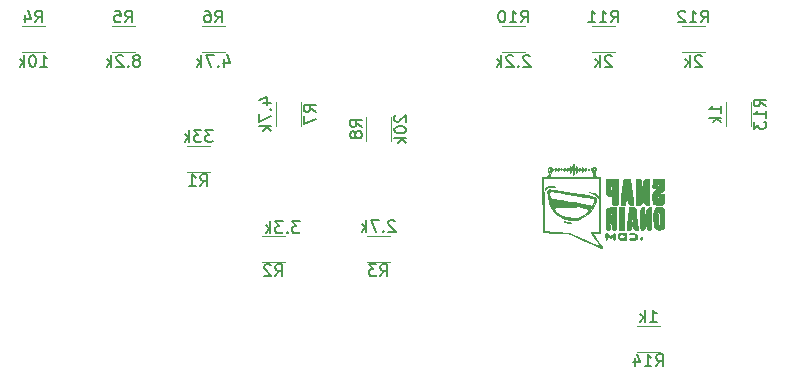
<source format=gbr>
G04 #@! TF.FileFunction,Legend,Bot*
%FSLAX46Y46*%
G04 Gerber Fmt 4.6, Leading zero omitted, Abs format (unit mm)*
G04 Created by KiCad (PCBNEW 4.0.7) date 07/09/18 15:47:45*
%MOMM*%
%LPD*%
G01*
G04 APERTURE LIST*
%ADD10C,0.100000*%
%ADD11C,0.120000*%
%ADD12C,0.010000*%
%ADD13C,0.150000*%
G04 APERTURE END LIST*
D10*
D11*
X144510000Y-89100000D02*
X142510000Y-89100000D01*
X142510000Y-91240000D02*
X144510000Y-91240000D01*
X150860000Y-96720000D02*
X148860000Y-96720000D01*
X148860000Y-98860000D02*
X150860000Y-98860000D01*
X159750000Y-96720000D02*
X157750000Y-96720000D01*
X157750000Y-98860000D02*
X159750000Y-98860000D01*
X128540000Y-81080000D02*
X130540000Y-81080000D01*
X130540000Y-78940000D02*
X128540000Y-78940000D01*
X136160000Y-81080000D02*
X138160000Y-81080000D01*
X138160000Y-78940000D02*
X136160000Y-78940000D01*
X143780000Y-81080000D02*
X145780000Y-81080000D01*
X145780000Y-78940000D02*
X143780000Y-78940000D01*
X150060000Y-85360000D02*
X150060000Y-87360000D01*
X152200000Y-87360000D02*
X152200000Y-85360000D01*
X159820000Y-88630000D02*
X159820000Y-86630000D01*
X157680000Y-86630000D02*
X157680000Y-88630000D01*
X169180000Y-81080000D02*
X171180000Y-81080000D01*
X171180000Y-78940000D02*
X169180000Y-78940000D01*
X176800000Y-81080000D02*
X178800000Y-81080000D01*
X178800000Y-78940000D02*
X176800000Y-78940000D01*
X184420000Y-81080000D02*
X186420000Y-81080000D01*
X186420000Y-78940000D02*
X184420000Y-78940000D01*
X188160000Y-85360000D02*
X188160000Y-87360000D01*
X190300000Y-87360000D02*
X190300000Y-85360000D01*
X182610000Y-104340000D02*
X180610000Y-104340000D01*
X180610000Y-106480000D02*
X182610000Y-106480000D01*
D12*
G36*
X176825318Y-90928049D02*
X176793323Y-90963100D01*
X176747407Y-91086756D01*
X176825289Y-91185134D01*
X176927407Y-91350100D01*
X176953333Y-91492700D01*
X176953333Y-91694000D01*
X173312667Y-91694000D01*
X173312667Y-91492700D01*
X173363691Y-91289813D01*
X173440711Y-91185134D01*
X173501142Y-91096609D01*
X173360039Y-91096609D01*
X173338587Y-91131858D01*
X173215684Y-91183362D01*
X173145791Y-91092741D01*
X173143333Y-91059000D01*
X173186400Y-90946289D01*
X173223003Y-90932000D01*
X173333563Y-90988021D01*
X173360039Y-91096609D01*
X173501142Y-91096609D01*
X173521460Y-91066847D01*
X173472677Y-90963100D01*
X173309595Y-90846922D01*
X173170615Y-90867024D01*
X173095384Y-90991068D01*
X173123549Y-91186716D01*
X173144597Y-91230695D01*
X173214330Y-91468393D01*
X173138388Y-91627736D01*
X172925282Y-91693192D01*
X172890651Y-91694000D01*
X172632655Y-91694000D01*
X172677667Y-96393000D01*
X173736000Y-96435334D01*
X174794333Y-96477667D01*
X176206977Y-97091500D01*
X176660258Y-97287259D01*
X177059081Y-97457212D01*
X177377893Y-97590656D01*
X177591139Y-97676888D01*
X177672474Y-97705334D01*
X177685929Y-97648442D01*
X177663253Y-97599500D01*
X177586508Y-97478436D01*
X177445817Y-97264170D01*
X177277256Y-97011479D01*
X177115081Y-96763714D01*
X176998887Y-96574072D01*
X176953354Y-96482873D01*
X176953333Y-96482312D01*
X177027859Y-96451243D01*
X177211079Y-96435733D01*
X177249667Y-96435334D01*
X177546000Y-96435334D01*
X177546000Y-91778667D01*
X177461333Y-91778667D01*
X177461333Y-96350667D01*
X177122667Y-96350667D01*
X176910509Y-96362143D01*
X176792586Y-96390809D01*
X176784000Y-96402364D01*
X176829263Y-96491435D01*
X176949302Y-96681324D01*
X177120493Y-96935045D01*
X177166482Y-97001207D01*
X177312778Y-97210176D01*
X177408294Y-97359303D01*
X177438217Y-97447530D01*
X177387737Y-97473802D01*
X177242044Y-97437064D01*
X176986326Y-97336257D01*
X176605774Y-97170328D01*
X176085576Y-96938219D01*
X176048003Y-96921453D01*
X174879000Y-96399913D01*
X173820667Y-96354123D01*
X172762333Y-96308334D01*
X172745242Y-94043500D01*
X172728150Y-91778667D01*
X177461333Y-91778667D01*
X177546000Y-91778667D01*
X177546000Y-91694000D01*
X177331676Y-91694000D01*
X177131445Y-91634716D01*
X177054878Y-91475375D01*
X177114578Y-91243746D01*
X177121403Y-91230695D01*
X177163851Y-91066056D01*
X177122667Y-91066056D01*
X177073313Y-91158774D01*
X176971763Y-91143989D01*
X176888070Y-91032542D01*
X176924919Y-90946175D01*
X176988611Y-90932000D01*
X177105243Y-91000170D01*
X177122667Y-91066056D01*
X177163851Y-91066056D01*
X177174489Y-91024800D01*
X177116405Y-90884169D01*
X176986799Y-90841139D01*
X176825318Y-90928049D01*
X176825318Y-90928049D01*
G37*
X176825318Y-90928049D02*
X176793323Y-90963100D01*
X176747407Y-91086756D01*
X176825289Y-91185134D01*
X176927407Y-91350100D01*
X176953333Y-91492700D01*
X176953333Y-91694000D01*
X173312667Y-91694000D01*
X173312667Y-91492700D01*
X173363691Y-91289813D01*
X173440711Y-91185134D01*
X173501142Y-91096609D01*
X173360039Y-91096609D01*
X173338587Y-91131858D01*
X173215684Y-91183362D01*
X173145791Y-91092741D01*
X173143333Y-91059000D01*
X173186400Y-90946289D01*
X173223003Y-90932000D01*
X173333563Y-90988021D01*
X173360039Y-91096609D01*
X173501142Y-91096609D01*
X173521460Y-91066847D01*
X173472677Y-90963100D01*
X173309595Y-90846922D01*
X173170615Y-90867024D01*
X173095384Y-90991068D01*
X173123549Y-91186716D01*
X173144597Y-91230695D01*
X173214330Y-91468393D01*
X173138388Y-91627736D01*
X172925282Y-91693192D01*
X172890651Y-91694000D01*
X172632655Y-91694000D01*
X172677667Y-96393000D01*
X173736000Y-96435334D01*
X174794333Y-96477667D01*
X176206977Y-97091500D01*
X176660258Y-97287259D01*
X177059081Y-97457212D01*
X177377893Y-97590656D01*
X177591139Y-97676888D01*
X177672474Y-97705334D01*
X177685929Y-97648442D01*
X177663253Y-97599500D01*
X177586508Y-97478436D01*
X177445817Y-97264170D01*
X177277256Y-97011479D01*
X177115081Y-96763714D01*
X176998887Y-96574072D01*
X176953354Y-96482873D01*
X176953333Y-96482312D01*
X177027859Y-96451243D01*
X177211079Y-96435733D01*
X177249667Y-96435334D01*
X177546000Y-96435334D01*
X177546000Y-91778667D01*
X177461333Y-91778667D01*
X177461333Y-96350667D01*
X177122667Y-96350667D01*
X176910509Y-96362143D01*
X176792586Y-96390809D01*
X176784000Y-96402364D01*
X176829263Y-96491435D01*
X176949302Y-96681324D01*
X177120493Y-96935045D01*
X177166482Y-97001207D01*
X177312778Y-97210176D01*
X177408294Y-97359303D01*
X177438217Y-97447530D01*
X177387737Y-97473802D01*
X177242044Y-97437064D01*
X176986326Y-97336257D01*
X176605774Y-97170328D01*
X176085576Y-96938219D01*
X176048003Y-96921453D01*
X174879000Y-96399913D01*
X173820667Y-96354123D01*
X172762333Y-96308334D01*
X172745242Y-94043500D01*
X172728150Y-91778667D01*
X177461333Y-91778667D01*
X177546000Y-91778667D01*
X177546000Y-91694000D01*
X177331676Y-91694000D01*
X177131445Y-91634716D01*
X177054878Y-91475375D01*
X177114578Y-91243746D01*
X177121403Y-91230695D01*
X177163851Y-91066056D01*
X177122667Y-91066056D01*
X177073313Y-91158774D01*
X176971763Y-91143989D01*
X176888070Y-91032542D01*
X176924919Y-90946175D01*
X176988611Y-90932000D01*
X177105243Y-91000170D01*
X177122667Y-91066056D01*
X177163851Y-91066056D01*
X177174489Y-91024800D01*
X177116405Y-90884169D01*
X176986799Y-90841139D01*
X176825318Y-90928049D01*
G36*
X180942219Y-96842577D02*
X180932667Y-96901000D01*
X180978384Y-97013672D01*
X181017333Y-97028000D01*
X181092448Y-96959424D01*
X181102000Y-96901000D01*
X181056283Y-96788328D01*
X181017333Y-96774000D01*
X180942219Y-96842577D01*
X180942219Y-96842577D01*
G37*
X180942219Y-96842577D02*
X180932667Y-96901000D01*
X180978384Y-97013672D01*
X181017333Y-97028000D01*
X181092448Y-96959424D01*
X181102000Y-96901000D01*
X181056283Y-96788328D01*
X181017333Y-96774000D01*
X180942219Y-96842577D01*
G36*
X180110601Y-96454857D02*
X180005480Y-96498448D01*
X180001333Y-96512773D01*
X180073818Y-96562465D01*
X180255333Y-96549634D01*
X180433530Y-96530479D01*
X180501026Y-96591424D01*
X180509333Y-96688360D01*
X180484716Y-96818632D01*
X180377426Y-96853047D01*
X180255333Y-96840607D01*
X180058762Y-96841279D01*
X180001333Y-96915664D01*
X180071639Y-96994992D01*
X180238213Y-97028679D01*
X180434540Y-97017726D01*
X180594108Y-96963138D01*
X180646151Y-96905946D01*
X180679041Y-96669625D01*
X180565126Y-96517317D01*
X180318129Y-96451389D01*
X180110601Y-96454857D01*
X180110601Y-96454857D01*
G37*
X180110601Y-96454857D02*
X180005480Y-96498448D01*
X180001333Y-96512773D01*
X180073818Y-96562465D01*
X180255333Y-96549634D01*
X180433530Y-96530479D01*
X180501026Y-96591424D01*
X180509333Y-96688360D01*
X180484716Y-96818632D01*
X180377426Y-96853047D01*
X180255333Y-96840607D01*
X180058762Y-96841279D01*
X180001333Y-96915664D01*
X180071639Y-96994992D01*
X180238213Y-97028679D01*
X180434540Y-97017726D01*
X180594108Y-96963138D01*
X180646151Y-96905946D01*
X180679041Y-96669625D01*
X180565126Y-96517317D01*
X180318129Y-96451389D01*
X180110601Y-96454857D01*
G36*
X179387500Y-96451632D02*
X179161360Y-96477747D01*
X179057444Y-96536672D01*
X179028687Y-96665038D01*
X179027667Y-96731667D01*
X179041483Y-96892295D01*
X179114310Y-96970916D01*
X179293214Y-97004160D01*
X179387500Y-97011702D01*
X179747333Y-97037736D01*
X179747333Y-96710500D01*
X179646984Y-96710500D01*
X179628458Y-96817085D01*
X179492737Y-96856483D01*
X179414875Y-96858667D01*
X179227079Y-96834142D01*
X179158751Y-96740244D01*
X179154667Y-96683710D01*
X179188038Y-96558678D01*
X179319477Y-96529762D01*
X179386776Y-96535543D01*
X179579803Y-96607823D01*
X179646984Y-96710500D01*
X179747333Y-96710500D01*
X179747333Y-96425597D01*
X179387500Y-96451632D01*
X179387500Y-96451632D01*
G37*
X179387500Y-96451632D02*
X179161360Y-96477747D01*
X179057444Y-96536672D01*
X179028687Y-96665038D01*
X179027667Y-96731667D01*
X179041483Y-96892295D01*
X179114310Y-96970916D01*
X179293214Y-97004160D01*
X179387500Y-97011702D01*
X179747333Y-97037736D01*
X179747333Y-96710500D01*
X179646984Y-96710500D01*
X179628458Y-96817085D01*
X179492737Y-96856483D01*
X179414875Y-96858667D01*
X179227079Y-96834142D01*
X179158751Y-96740244D01*
X179154667Y-96683710D01*
X179188038Y-96558678D01*
X179319477Y-96529762D01*
X179386776Y-96535543D01*
X179579803Y-96607823D01*
X179646984Y-96710500D01*
X179747333Y-96710500D01*
X179747333Y-96425597D01*
X179387500Y-96451632D01*
G36*
X178527887Y-96596945D02*
X178394679Y-96711416D01*
X178319292Y-96710329D01*
X178241261Y-96601910D01*
X178112206Y-96455551D01*
X178018856Y-96471388D01*
X177972440Y-96644066D01*
X177969333Y-96731667D01*
X177990599Y-96927534D01*
X178042889Y-97025441D01*
X178054000Y-97028000D01*
X178121129Y-96956163D01*
X178141360Y-96837500D01*
X178153107Y-96706241D01*
X178206109Y-96731467D01*
X178257213Y-96796106D01*
X178355259Y-96897595D01*
X178439039Y-96859653D01*
X178485881Y-96806035D01*
X178575694Y-96720762D01*
X178624779Y-96777249D01*
X178648809Y-96867742D01*
X178703376Y-96994070D01*
X178758706Y-96967540D01*
X178786720Y-96814821D01*
X178765832Y-96645929D01*
X178710484Y-96425403D01*
X178527887Y-96596945D01*
X178527887Y-96596945D01*
G37*
X178527887Y-96596945D02*
X178394679Y-96711416D01*
X178319292Y-96710329D01*
X178241261Y-96601910D01*
X178112206Y-96455551D01*
X178018856Y-96471388D01*
X177972440Y-96644066D01*
X177969333Y-96731667D01*
X177990599Y-96927534D01*
X178042889Y-97025441D01*
X178054000Y-97028000D01*
X178121129Y-96956163D01*
X178141360Y-96837500D01*
X178153107Y-96706241D01*
X178206109Y-96731467D01*
X178257213Y-96796106D01*
X178355259Y-96897595D01*
X178439039Y-96859653D01*
X178485881Y-96806035D01*
X178575694Y-96720762D01*
X178624779Y-96777249D01*
X178648809Y-96867742D01*
X178703376Y-96994070D01*
X178758706Y-96967540D01*
X178786720Y-96814821D01*
X178765832Y-96645929D01*
X178710484Y-96425403D01*
X178527887Y-96596945D01*
G36*
X182269372Y-94265706D02*
X182145980Y-94376929D01*
X182072456Y-94591830D01*
X182038713Y-94934567D01*
X182033333Y-95238386D01*
X182054198Y-95679062D01*
X182126748Y-95971312D01*
X182265924Y-96132009D01*
X182486662Y-96178026D01*
X182803900Y-96126234D01*
X182816500Y-96122971D01*
X182883946Y-96085584D01*
X182927471Y-95995255D01*
X182952077Y-95821170D01*
X182962768Y-95532513D01*
X182963686Y-95376820D01*
X182625191Y-95376820D01*
X182611781Y-95615067D01*
X182582233Y-95765433D01*
X182569556Y-95786222D01*
X182514122Y-95828463D01*
X182480527Y-95800448D01*
X182463375Y-95674529D01*
X182457271Y-95423055D01*
X182456667Y-95207667D01*
X182467172Y-94887707D01*
X182495611Y-94664693D01*
X182537363Y-94573261D01*
X182541333Y-94572667D01*
X182580532Y-94648617D01*
X182608371Y-94842214D01*
X182623656Y-95102076D01*
X182625191Y-95376820D01*
X182963686Y-95376820D01*
X182964667Y-95210517D01*
X182960887Y-94792187D01*
X182939502Y-94514424D01*
X182885439Y-94348480D01*
X182783627Y-94265607D01*
X182618996Y-94237058D01*
X182452721Y-94234000D01*
X182269372Y-94265706D01*
X182269372Y-94265706D01*
G37*
X182269372Y-94265706D02*
X182145980Y-94376929D01*
X182072456Y-94591830D01*
X182038713Y-94934567D01*
X182033333Y-95238386D01*
X182054198Y-95679062D01*
X182126748Y-95971312D01*
X182265924Y-96132009D01*
X182486662Y-96178026D01*
X182803900Y-96126234D01*
X182816500Y-96122971D01*
X182883946Y-96085584D01*
X182927471Y-95995255D01*
X182952077Y-95821170D01*
X182962768Y-95532513D01*
X182963686Y-95376820D01*
X182625191Y-95376820D01*
X182611781Y-95615067D01*
X182582233Y-95765433D01*
X182569556Y-95786222D01*
X182514122Y-95828463D01*
X182480527Y-95800448D01*
X182463375Y-95674529D01*
X182457271Y-95423055D01*
X182456667Y-95207667D01*
X182467172Y-94887707D01*
X182495611Y-94664693D01*
X182537363Y-94573261D01*
X182541333Y-94572667D01*
X182580532Y-94648617D01*
X182608371Y-94842214D01*
X182623656Y-95102076D01*
X182625191Y-95376820D01*
X182963686Y-95376820D01*
X182964667Y-95210517D01*
X182960887Y-94792187D01*
X182939502Y-94514424D01*
X182885439Y-94348480D01*
X182783627Y-94265607D01*
X182618996Y-94237058D01*
X182452721Y-94234000D01*
X182269372Y-94265706D01*
G36*
X181029426Y-94244275D02*
X180981185Y-94294141D01*
X180952338Y-94412164D01*
X180937948Y-94626907D01*
X180933077Y-94966935D01*
X180932667Y-95213555D01*
X180933855Y-95632299D01*
X180941095Y-95909627D01*
X180959902Y-96073459D01*
X180995790Y-96151712D01*
X181054274Y-96172304D01*
X181120810Y-96166055D01*
X181252822Y-96107234D01*
X181342357Y-95949838D01*
X181394864Y-95758000D01*
X181480775Y-95377000D01*
X181507693Y-95779167D01*
X181536271Y-96028036D01*
X181591224Y-96148479D01*
X181691974Y-96181263D01*
X181699306Y-96181334D01*
X181769949Y-96170034D01*
X181816915Y-96117138D01*
X181844994Y-95994155D01*
X181858977Y-95772590D01*
X181863654Y-95423952D01*
X181864000Y-95201778D01*
X181862785Y-94783033D01*
X181855489Y-94505708D01*
X181836639Y-94341891D01*
X181800760Y-94263671D01*
X181742379Y-94243135D01*
X181677198Y-94249278D01*
X181541276Y-94313809D01*
X181442333Y-94485751D01*
X181389177Y-94657334D01*
X181287958Y-95038334D01*
X181279646Y-94636167D01*
X181264169Y-94389506D01*
X181218734Y-94269680D01*
X181124737Y-94234573D01*
X181102000Y-94234000D01*
X181029426Y-94244275D01*
X181029426Y-94244275D01*
G37*
X181029426Y-94244275D02*
X180981185Y-94294141D01*
X180952338Y-94412164D01*
X180937948Y-94626907D01*
X180933077Y-94966935D01*
X180932667Y-95213555D01*
X180933855Y-95632299D01*
X180941095Y-95909627D01*
X180959902Y-96073459D01*
X180995790Y-96151712D01*
X181054274Y-96172304D01*
X181120810Y-96166055D01*
X181252822Y-96107234D01*
X181342357Y-95949838D01*
X181394864Y-95758000D01*
X181480775Y-95377000D01*
X181507693Y-95779167D01*
X181536271Y-96028036D01*
X181591224Y-96148479D01*
X181691974Y-96181263D01*
X181699306Y-96181334D01*
X181769949Y-96170034D01*
X181816915Y-96117138D01*
X181844994Y-95994155D01*
X181858977Y-95772590D01*
X181863654Y-95423952D01*
X181864000Y-95201778D01*
X181862785Y-94783033D01*
X181855489Y-94505708D01*
X181836639Y-94341891D01*
X181800760Y-94263671D01*
X181742379Y-94243135D01*
X181677198Y-94249278D01*
X181541276Y-94313809D01*
X181442333Y-94485751D01*
X181389177Y-94657334D01*
X181287958Y-95038334D01*
X181279646Y-94636167D01*
X181264169Y-94389506D01*
X181218734Y-94269680D01*
X181124737Y-94234573D01*
X181102000Y-94234000D01*
X181029426Y-94244275D01*
G36*
X180076838Y-94244509D02*
X180001348Y-94269823D01*
X180001333Y-94270207D01*
X179990620Y-94377181D01*
X179962567Y-94605611D01*
X179923307Y-94909254D01*
X179878969Y-95241867D01*
X179835687Y-95557208D01*
X179799590Y-95809034D01*
X179783552Y-95912719D01*
X179764142Y-96101550D01*
X179810261Y-96170510D01*
X179932768Y-96166719D01*
X180107257Y-96072229D01*
X180155389Y-95948500D01*
X180213415Y-95786748D01*
X180289248Y-95776911D01*
X180337543Y-95913792D01*
X180340000Y-95969667D01*
X180375116Y-96130937D01*
X180512634Y-96180508D01*
X180549550Y-96181334D01*
X180696856Y-96158146D01*
X180732642Y-96053852D01*
X180719503Y-95948500D01*
X180687933Y-95742496D01*
X180646865Y-95447715D01*
X180633470Y-95346475D01*
X180311326Y-95346475D01*
X180297252Y-95420004D01*
X180218863Y-95499356D01*
X180179192Y-95417218D01*
X180173241Y-95271167D01*
X180183502Y-95120796D01*
X180221049Y-95122697D01*
X180262490Y-95187171D01*
X180311326Y-95346475D01*
X180633470Y-95346475D01*
X180602457Y-95112078D01*
X180560863Y-94783503D01*
X180528240Y-94509909D01*
X180510744Y-94339215D01*
X180509333Y-94312540D01*
X180435735Y-94257387D01*
X180258415Y-94234006D01*
X180255333Y-94234000D01*
X180076838Y-94244509D01*
X180076838Y-94244509D01*
G37*
X180076838Y-94244509D02*
X180001348Y-94269823D01*
X180001333Y-94270207D01*
X179990620Y-94377181D01*
X179962567Y-94605611D01*
X179923307Y-94909254D01*
X179878969Y-95241867D01*
X179835687Y-95557208D01*
X179799590Y-95809034D01*
X179783552Y-95912719D01*
X179764142Y-96101550D01*
X179810261Y-96170510D01*
X179932768Y-96166719D01*
X180107257Y-96072229D01*
X180155389Y-95948500D01*
X180213415Y-95786748D01*
X180289248Y-95776911D01*
X180337543Y-95913792D01*
X180340000Y-95969667D01*
X180375116Y-96130937D01*
X180512634Y-96180508D01*
X180549550Y-96181334D01*
X180696856Y-96158146D01*
X180732642Y-96053852D01*
X180719503Y-95948500D01*
X180687933Y-95742496D01*
X180646865Y-95447715D01*
X180633470Y-95346475D01*
X180311326Y-95346475D01*
X180297252Y-95420004D01*
X180218863Y-95499356D01*
X180179192Y-95417218D01*
X180173241Y-95271167D01*
X180183502Y-95120796D01*
X180221049Y-95122697D01*
X180262490Y-95187171D01*
X180311326Y-95346475D01*
X180633470Y-95346475D01*
X180602457Y-95112078D01*
X180560863Y-94783503D01*
X180528240Y-94509909D01*
X180510744Y-94339215D01*
X180509333Y-94312540D01*
X180435735Y-94257387D01*
X180258415Y-94234006D01*
X180255333Y-94234000D01*
X180076838Y-94244509D01*
G36*
X179154667Y-96181334D02*
X179578000Y-96181334D01*
X179578000Y-94234000D01*
X179154667Y-94234000D01*
X179154667Y-96181334D01*
X179154667Y-96181334D01*
G37*
X179154667Y-96181334D02*
X179578000Y-96181334D01*
X179578000Y-94234000D01*
X179154667Y-94234000D01*
X179154667Y-96181334D01*
G36*
X178210382Y-94282622D02*
X178032688Y-94432991D01*
X177983954Y-94691865D01*
X178004898Y-94857557D01*
X178039549Y-95069337D01*
X178050214Y-95207253D01*
X178050183Y-95207667D01*
X178023671Y-95622540D01*
X178024676Y-95897911D01*
X178057679Y-96062037D01*
X178127161Y-96143176D01*
X178202167Y-96166055D01*
X178318886Y-96166251D01*
X178374826Y-96095448D01*
X178391852Y-95912344D01*
X178392667Y-95806222D01*
X178409243Y-95576969D01*
X178451248Y-95438234D01*
X178477333Y-95419334D01*
X178527827Y-95495008D01*
X178558115Y-95686471D01*
X178562000Y-95800334D01*
X178573080Y-96038428D01*
X178619085Y-96151016D01*
X178719169Y-96181188D01*
X178731333Y-96181334D01*
X178804089Y-96171007D01*
X178852380Y-96120930D01*
X178881188Y-96002453D01*
X178895495Y-95786929D01*
X178900284Y-95445710D01*
X178900667Y-95207667D01*
X178900667Y-94826667D01*
X178562000Y-94826667D01*
X178537476Y-95005009D01*
X178478387Y-95080647D01*
X178477333Y-95080667D01*
X178417886Y-95007094D01*
X178392673Y-94829827D01*
X178392667Y-94826667D01*
X178417191Y-94648325D01*
X178476280Y-94572686D01*
X178477333Y-94572667D01*
X178536781Y-94646239D01*
X178561994Y-94823507D01*
X178562000Y-94826667D01*
X178900667Y-94826667D01*
X178900667Y-94234000D01*
X178522646Y-94234000D01*
X178210382Y-94282622D01*
X178210382Y-94282622D01*
G37*
X178210382Y-94282622D02*
X178032688Y-94432991D01*
X177983954Y-94691865D01*
X178004898Y-94857557D01*
X178039549Y-95069337D01*
X178050214Y-95207253D01*
X178050183Y-95207667D01*
X178023671Y-95622540D01*
X178024676Y-95897911D01*
X178057679Y-96062037D01*
X178127161Y-96143176D01*
X178202167Y-96166055D01*
X178318886Y-96166251D01*
X178374826Y-96095448D01*
X178391852Y-95912344D01*
X178392667Y-95806222D01*
X178409243Y-95576969D01*
X178451248Y-95438234D01*
X178477333Y-95419334D01*
X178527827Y-95495008D01*
X178558115Y-95686471D01*
X178562000Y-95800334D01*
X178573080Y-96038428D01*
X178619085Y-96151016D01*
X178719169Y-96181188D01*
X178731333Y-96181334D01*
X178804089Y-96171007D01*
X178852380Y-96120930D01*
X178881188Y-96002453D01*
X178895495Y-95786929D01*
X178900284Y-95445710D01*
X178900667Y-95207667D01*
X178900667Y-94826667D01*
X178562000Y-94826667D01*
X178537476Y-95005009D01*
X178478387Y-95080647D01*
X178477333Y-95080667D01*
X178417886Y-95007094D01*
X178392673Y-94829827D01*
X178392667Y-94826667D01*
X178417191Y-94648325D01*
X178476280Y-94572686D01*
X178477333Y-94572667D01*
X178536781Y-94646239D01*
X178561994Y-94823507D01*
X178562000Y-94826667D01*
X178900667Y-94826667D01*
X178900667Y-94234000D01*
X178522646Y-94234000D01*
X178210382Y-94282622D01*
G36*
X181964965Y-92265500D02*
X181957108Y-92491196D01*
X181993674Y-92595274D01*
X182099311Y-92624293D01*
X182155465Y-92625334D01*
X182319046Y-92592155D01*
X182370706Y-92460150D01*
X182372000Y-92413667D01*
X182400983Y-92254552D01*
X182456667Y-92202000D01*
X182543512Y-92255996D01*
X182528601Y-92390568D01*
X182427916Y-92564591D01*
X182257443Y-92736941D01*
X182245000Y-92746593D01*
X182077108Y-92887412D01*
X181988550Y-93021263D01*
X181954145Y-93209385D01*
X181948667Y-93467251D01*
X181961656Y-93772089D01*
X182006251Y-93943601D01*
X182082592Y-94013275D01*
X182350103Y-94059921D01*
X182643299Y-94035080D01*
X182816500Y-93973218D01*
X182921620Y-93844160D01*
X182962971Y-93597494D01*
X182964667Y-93510126D01*
X182955663Y-93276664D01*
X182911581Y-93166683D01*
X182806811Y-93134598D01*
X182753000Y-93133334D01*
X182601728Y-93160671D01*
X182546388Y-93276879D01*
X182541333Y-93387334D01*
X182516809Y-93565675D01*
X182457720Y-93641314D01*
X182456667Y-93641334D01*
X182396453Y-93567957D01*
X182372000Y-93395697D01*
X182410695Y-93203034D01*
X182553423Y-93049868D01*
X182672766Y-92972603D01*
X182847833Y-92858739D01*
X182933570Y-92746608D01*
X182956752Y-92575672D01*
X182947933Y-92350407D01*
X182922333Y-91905667D01*
X181991000Y-91905667D01*
X181964965Y-92265500D01*
X181964965Y-92265500D01*
G37*
X181964965Y-92265500D02*
X181957108Y-92491196D01*
X181993674Y-92595274D01*
X182099311Y-92624293D01*
X182155465Y-92625334D01*
X182319046Y-92592155D01*
X182370706Y-92460150D01*
X182372000Y-92413667D01*
X182400983Y-92254552D01*
X182456667Y-92202000D01*
X182543512Y-92255996D01*
X182528601Y-92390568D01*
X182427916Y-92564591D01*
X182257443Y-92736941D01*
X182245000Y-92746593D01*
X182077108Y-92887412D01*
X181988550Y-93021263D01*
X181954145Y-93209385D01*
X181948667Y-93467251D01*
X181961656Y-93772089D01*
X182006251Y-93943601D01*
X182082592Y-94013275D01*
X182350103Y-94059921D01*
X182643299Y-94035080D01*
X182816500Y-93973218D01*
X182921620Y-93844160D01*
X182962971Y-93597494D01*
X182964667Y-93510126D01*
X182955663Y-93276664D01*
X182911581Y-93166683D01*
X182806811Y-93134598D01*
X182753000Y-93133334D01*
X182601728Y-93160671D01*
X182546388Y-93276879D01*
X182541333Y-93387334D01*
X182516809Y-93565675D01*
X182457720Y-93641314D01*
X182456667Y-93641334D01*
X182396453Y-93567957D01*
X182372000Y-93395697D01*
X182410695Y-93203034D01*
X182553423Y-93049868D01*
X182672766Y-92972603D01*
X182847833Y-92858739D01*
X182933570Y-92746608D01*
X182956752Y-92575672D01*
X182947933Y-92350407D01*
X182922333Y-91905667D01*
X181991000Y-91905667D01*
X181964965Y-92265500D01*
G36*
X181309170Y-91877266D02*
X181223686Y-91946779D01*
X181165488Y-92113446D01*
X181125031Y-92307834D01*
X181039579Y-92752334D01*
X181028456Y-92307834D01*
X181015493Y-92048576D01*
X180979330Y-91916342D01*
X180898764Y-91868831D01*
X180805667Y-91863334D01*
X180594000Y-91863334D01*
X180594000Y-94075914D01*
X180822759Y-94049124D01*
X180965493Y-94010602D01*
X181056345Y-93907386D01*
X181127835Y-93694931D01*
X181151368Y-93599000D01*
X181251218Y-93175667D01*
X181261276Y-93620167D01*
X181273583Y-93879405D01*
X181309330Y-94011631D01*
X181389619Y-94059150D01*
X181483000Y-94064667D01*
X181694667Y-94064667D01*
X181694667Y-91863334D01*
X181452575Y-91863334D01*
X181309170Y-91877266D01*
X181309170Y-91877266D01*
G37*
X181309170Y-91877266D02*
X181223686Y-91946779D01*
X181165488Y-92113446D01*
X181125031Y-92307834D01*
X181039579Y-92752334D01*
X181028456Y-92307834D01*
X181015493Y-92048576D01*
X180979330Y-91916342D01*
X180898764Y-91868831D01*
X180805667Y-91863334D01*
X180594000Y-91863334D01*
X180594000Y-94075914D01*
X180822759Y-94049124D01*
X180965493Y-94010602D01*
X181056345Y-93907386D01*
X181127835Y-93694931D01*
X181151368Y-93599000D01*
X181251218Y-93175667D01*
X181261276Y-93620167D01*
X181273583Y-93879405D01*
X181309330Y-94011631D01*
X181389619Y-94059150D01*
X181483000Y-94064667D01*
X181694667Y-94064667D01*
X181694667Y-91863334D01*
X181452575Y-91863334D01*
X181309170Y-91877266D01*
G36*
X179522359Y-91889201D02*
X179490651Y-91926834D01*
X179478692Y-92032313D01*
X179448467Y-92267680D01*
X179404916Y-92595086D01*
X179366333Y-92879334D01*
X179303157Y-93346018D01*
X179264346Y-93670649D01*
X179251743Y-93879002D01*
X179267189Y-93996852D01*
X179312525Y-94049973D01*
X179389591Y-94064141D01*
X179451000Y-94064667D01*
X179612122Y-94029697D01*
X179661773Y-93892007D01*
X179662667Y-93853000D01*
X179706827Y-93682762D01*
X179789667Y-93641334D01*
X179891810Y-93714934D01*
X179916667Y-93853000D01*
X179951636Y-94014122D01*
X180089327Y-94063773D01*
X180128333Y-94064667D01*
X180286244Y-94028604D01*
X180337318Y-93958834D01*
X180325242Y-93834897D01*
X180294732Y-93583423D01*
X180250807Y-93244577D01*
X180213000Y-92964000D01*
X180207328Y-92921667D01*
X179810649Y-92921667D01*
X179803834Y-93095918D01*
X179784647Y-93140892D01*
X179773827Y-93113154D01*
X179758057Y-92909833D01*
X179772119Y-92774487D01*
X179794422Y-92727562D01*
X179808452Y-92829327D01*
X179810649Y-92921667D01*
X180207328Y-92921667D01*
X180162431Y-92586625D01*
X180121598Y-92267188D01*
X180095521Y-92045851D01*
X180088683Y-91969167D01*
X180016491Y-91906797D01*
X179850832Y-91869338D01*
X179662517Y-91861801D01*
X179522359Y-91889201D01*
X179522359Y-91889201D01*
G37*
X179522359Y-91889201D02*
X179490651Y-91926834D01*
X179478692Y-92032313D01*
X179448467Y-92267680D01*
X179404916Y-92595086D01*
X179366333Y-92879334D01*
X179303157Y-93346018D01*
X179264346Y-93670649D01*
X179251743Y-93879002D01*
X179267189Y-93996852D01*
X179312525Y-94049973D01*
X179389591Y-94064141D01*
X179451000Y-94064667D01*
X179612122Y-94029697D01*
X179661773Y-93892007D01*
X179662667Y-93853000D01*
X179706827Y-93682762D01*
X179789667Y-93641334D01*
X179891810Y-93714934D01*
X179916667Y-93853000D01*
X179951636Y-94014122D01*
X180089327Y-94063773D01*
X180128333Y-94064667D01*
X180286244Y-94028604D01*
X180337318Y-93958834D01*
X180325242Y-93834897D01*
X180294732Y-93583423D01*
X180250807Y-93244577D01*
X180213000Y-92964000D01*
X180207328Y-92921667D01*
X179810649Y-92921667D01*
X179803834Y-93095918D01*
X179784647Y-93140892D01*
X179773827Y-93113154D01*
X179758057Y-92909833D01*
X179772119Y-92774487D01*
X179794422Y-92727562D01*
X179808452Y-92829327D01*
X179810649Y-92921667D01*
X180207328Y-92921667D01*
X180162431Y-92586625D01*
X180121598Y-92267188D01*
X180095521Y-92045851D01*
X180088683Y-91969167D01*
X180016491Y-91906797D01*
X179850832Y-91869338D01*
X179662517Y-91861801D01*
X179522359Y-91889201D01*
G36*
X178540833Y-91880460D02*
X178011667Y-91905667D01*
X177986514Y-92533207D01*
X177982546Y-92898371D01*
X178016563Y-93126635D01*
X178104069Y-93248932D01*
X178260566Y-93296195D01*
X178371500Y-93301370D01*
X178489607Y-93321822D01*
X178545536Y-93410893D01*
X178561599Y-93613356D01*
X178562000Y-93683667D01*
X178571395Y-93919382D01*
X178615112Y-94031053D01*
X178716446Y-94063609D01*
X178759556Y-94064667D01*
X178937365Y-94042781D01*
X179013556Y-94008222D01*
X179035153Y-93906406D01*
X179052934Y-93669832D01*
X179065132Y-93333065D01*
X179069981Y-92930669D01*
X179070000Y-92903516D01*
X179070000Y-92583000D01*
X178562000Y-92583000D01*
X178545184Y-92810220D01*
X178502636Y-92946518D01*
X178477333Y-92964000D01*
X178426840Y-92888326D01*
X178396552Y-92696862D01*
X178392667Y-92583000D01*
X178409483Y-92355781D01*
X178452031Y-92219483D01*
X178477333Y-92202000D01*
X178527827Y-92277674D01*
X178558115Y-92469138D01*
X178562000Y-92583000D01*
X179070000Y-92583000D01*
X179070000Y-91855253D01*
X178540833Y-91880460D01*
X178540833Y-91880460D01*
G37*
X178540833Y-91880460D02*
X178011667Y-91905667D01*
X177986514Y-92533207D01*
X177982546Y-92898371D01*
X178016563Y-93126635D01*
X178104069Y-93248932D01*
X178260566Y-93296195D01*
X178371500Y-93301370D01*
X178489607Y-93321822D01*
X178545536Y-93410893D01*
X178561599Y-93613356D01*
X178562000Y-93683667D01*
X178571395Y-93919382D01*
X178615112Y-94031053D01*
X178716446Y-94063609D01*
X178759556Y-94064667D01*
X178937365Y-94042781D01*
X179013556Y-94008222D01*
X179035153Y-93906406D01*
X179052934Y-93669832D01*
X179065132Y-93333065D01*
X179069981Y-92930669D01*
X179070000Y-92903516D01*
X179070000Y-92583000D01*
X178562000Y-92583000D01*
X178545184Y-92810220D01*
X178502636Y-92946518D01*
X178477333Y-92964000D01*
X178426840Y-92888326D01*
X178396552Y-92696862D01*
X178392667Y-92583000D01*
X178409483Y-92355781D01*
X178452031Y-92219483D01*
X178477333Y-92202000D01*
X178527827Y-92277674D01*
X178558115Y-92469138D01*
X178562000Y-92583000D01*
X179070000Y-92583000D01*
X179070000Y-91855253D01*
X178540833Y-91880460D01*
G36*
X175213634Y-90669885D02*
X175182881Y-90867358D01*
X175175333Y-91059000D01*
X175189252Y-91314015D01*
X175225156Y-91483157D01*
X175260000Y-91524667D01*
X175306367Y-91448115D01*
X175337120Y-91250642D01*
X175344667Y-91059000D01*
X175330748Y-90803985D01*
X175294844Y-90634844D01*
X175260000Y-90593334D01*
X175213634Y-90669885D01*
X175213634Y-90669885D01*
G37*
X175213634Y-90669885D02*
X175182881Y-90867358D01*
X175175333Y-91059000D01*
X175189252Y-91314015D01*
X175225156Y-91483157D01*
X175260000Y-91524667D01*
X175306367Y-91448115D01*
X175337120Y-91250642D01*
X175344667Y-91059000D01*
X175330748Y-90803985D01*
X175294844Y-90634844D01*
X175260000Y-90593334D01*
X175213634Y-90669885D01*
G36*
X175458038Y-90837096D02*
X175430065Y-91020110D01*
X175429333Y-91059000D01*
X175450599Y-91254868D01*
X175502889Y-91352774D01*
X175514000Y-91355334D01*
X175569962Y-91280905D01*
X175597936Y-91097890D01*
X175598667Y-91059000D01*
X175577401Y-90863133D01*
X175525112Y-90765226D01*
X175514000Y-90762667D01*
X175458038Y-90837096D01*
X175458038Y-90837096D01*
G37*
X175458038Y-90837096D02*
X175430065Y-91020110D01*
X175429333Y-91059000D01*
X175450599Y-91254868D01*
X175502889Y-91352774D01*
X175514000Y-91355334D01*
X175569962Y-91280905D01*
X175597936Y-91097890D01*
X175598667Y-91059000D01*
X175577401Y-90863133D01*
X175525112Y-90765226D01*
X175514000Y-90762667D01*
X175458038Y-90837096D01*
G36*
X174950038Y-90837096D02*
X174922065Y-91020110D01*
X174921333Y-91059000D01*
X174942599Y-91254868D01*
X174994889Y-91352774D01*
X175006000Y-91355334D01*
X175061962Y-91280905D01*
X175089936Y-91097890D01*
X175090667Y-91059000D01*
X175069401Y-90863133D01*
X175017112Y-90765226D01*
X175006000Y-90762667D01*
X174950038Y-90837096D01*
X174950038Y-90837096D01*
G37*
X174950038Y-90837096D02*
X174922065Y-91020110D01*
X174921333Y-91059000D01*
X174942599Y-91254868D01*
X174994889Y-91352774D01*
X175006000Y-91355334D01*
X175061962Y-91280905D01*
X175089936Y-91097890D01*
X175090667Y-91059000D01*
X175069401Y-90863133D01*
X175017112Y-90765226D01*
X175006000Y-90762667D01*
X174950038Y-90837096D01*
G36*
X175958354Y-90919790D02*
X175937333Y-91059000D01*
X175966316Y-91218115D01*
X176022000Y-91270667D01*
X176085646Y-91198211D01*
X176106667Y-91059000D01*
X176077684Y-90899885D01*
X176022000Y-90847334D01*
X175958354Y-90919790D01*
X175958354Y-90919790D01*
G37*
X175958354Y-90919790D02*
X175937333Y-91059000D01*
X175966316Y-91218115D01*
X176022000Y-91270667D01*
X176085646Y-91198211D01*
X176106667Y-91059000D01*
X176077684Y-90899885D01*
X176022000Y-90847334D01*
X175958354Y-90919790D01*
G36*
X176200886Y-91000577D02*
X176191333Y-91059000D01*
X176237051Y-91171672D01*
X176276000Y-91186000D01*
X176351115Y-91117424D01*
X176360667Y-91059000D01*
X176314949Y-90946328D01*
X176276000Y-90932000D01*
X176200886Y-91000577D01*
X176200886Y-91000577D01*
G37*
X176200886Y-91000577D02*
X176191333Y-91059000D01*
X176237051Y-91171672D01*
X176276000Y-91186000D01*
X176351115Y-91117424D01*
X176360667Y-91059000D01*
X176314949Y-90946328D01*
X176276000Y-90932000D01*
X176200886Y-91000577D01*
G36*
X175692886Y-91000577D02*
X175683333Y-91059000D01*
X175729051Y-91171672D01*
X175768000Y-91186000D01*
X175843115Y-91117424D01*
X175852667Y-91059000D01*
X175806949Y-90946328D01*
X175768000Y-90932000D01*
X175692886Y-91000577D01*
X175692886Y-91000577D01*
G37*
X175692886Y-91000577D02*
X175683333Y-91059000D01*
X175729051Y-91171672D01*
X175768000Y-91186000D01*
X175843115Y-91117424D01*
X175852667Y-91059000D01*
X175806949Y-90946328D01*
X175768000Y-90932000D01*
X175692886Y-91000577D01*
G36*
X174676886Y-91000577D02*
X174667333Y-91059000D01*
X174713051Y-91171672D01*
X174752000Y-91186000D01*
X174827115Y-91117424D01*
X174836667Y-91059000D01*
X174790949Y-90946328D01*
X174752000Y-90932000D01*
X174676886Y-91000577D01*
X174676886Y-91000577D01*
G37*
X174676886Y-91000577D02*
X174667333Y-91059000D01*
X174713051Y-91171672D01*
X174752000Y-91186000D01*
X174827115Y-91117424D01*
X174836667Y-91059000D01*
X174790949Y-90946328D01*
X174752000Y-90932000D01*
X174676886Y-91000577D01*
G36*
X174422886Y-91000577D02*
X174413333Y-91059000D01*
X174459051Y-91171672D01*
X174498000Y-91186000D01*
X174573115Y-91117424D01*
X174582667Y-91059000D01*
X174536949Y-90946328D01*
X174498000Y-90932000D01*
X174422886Y-91000577D01*
X174422886Y-91000577D01*
G37*
X174422886Y-91000577D02*
X174413333Y-91059000D01*
X174459051Y-91171672D01*
X174498000Y-91186000D01*
X174573115Y-91117424D01*
X174582667Y-91059000D01*
X174536949Y-90946328D01*
X174498000Y-90932000D01*
X174422886Y-91000577D01*
G36*
X173914886Y-91000577D02*
X173905333Y-91059000D01*
X173951051Y-91171672D01*
X173990000Y-91186000D01*
X174065115Y-91117424D01*
X174074667Y-91059000D01*
X174028949Y-90946328D01*
X173990000Y-90932000D01*
X173914886Y-91000577D01*
X173914886Y-91000577D01*
G37*
X173914886Y-91000577D02*
X173905333Y-91059000D01*
X173951051Y-91171672D01*
X173990000Y-91186000D01*
X174065115Y-91117424D01*
X174074667Y-91059000D01*
X174028949Y-90946328D01*
X173990000Y-90932000D01*
X173914886Y-91000577D01*
G36*
X173658969Y-91034299D02*
X173669346Y-91113038D01*
X173715978Y-91176772D01*
X173771310Y-91112697D01*
X173802378Y-90988052D01*
X173786812Y-90954589D01*
X173703112Y-90940686D01*
X173658969Y-91034299D01*
X173658969Y-91034299D01*
G37*
X173658969Y-91034299D02*
X173669346Y-91113038D01*
X173715978Y-91176772D01*
X173771310Y-91112697D01*
X173802378Y-90988052D01*
X173786812Y-90954589D01*
X173703112Y-90940686D01*
X173658969Y-91034299D01*
G36*
X176473556Y-91044889D02*
X176485178Y-91095223D01*
X176530000Y-91101334D01*
X176599690Y-91070355D01*
X176586445Y-91044889D01*
X176485965Y-91034756D01*
X176473556Y-91044889D01*
X176473556Y-91044889D01*
G37*
X176473556Y-91044889D02*
X176485178Y-91095223D01*
X176530000Y-91101334D01*
X176599690Y-91070355D01*
X176586445Y-91044889D01*
X176485965Y-91034756D01*
X176473556Y-91044889D01*
G36*
X174160304Y-90997506D02*
X174159333Y-91016667D01*
X174224421Y-91098080D01*
X174248997Y-91101334D01*
X174299563Y-91049464D01*
X174286333Y-91016667D01*
X174210251Y-90935896D01*
X174196670Y-90932000D01*
X174160304Y-90997506D01*
X174160304Y-90997506D01*
G37*
X174160304Y-90997506D02*
X174159333Y-91016667D01*
X174224421Y-91098080D01*
X174248997Y-91101334D01*
X174299563Y-91049464D01*
X174286333Y-91016667D01*
X174210251Y-90935896D01*
X174196670Y-90932000D01*
X174160304Y-90997506D01*
G36*
X174466053Y-95479439D02*
X174498000Y-95505103D01*
X174617993Y-95547378D01*
X174793736Y-95578135D01*
X174966525Y-95592040D01*
X175077660Y-95583758D01*
X175083611Y-95558317D01*
X174985150Y-95527504D01*
X174782838Y-95487844D01*
X174709667Y-95476050D01*
X174508055Y-95455147D01*
X174466053Y-95479439D01*
X174466053Y-95479439D01*
G37*
X174466053Y-95479439D02*
X174498000Y-95505103D01*
X174617993Y-95547378D01*
X174793736Y-95578135D01*
X174966525Y-95592040D01*
X175077660Y-95583758D01*
X175083611Y-95558317D01*
X174985150Y-95527504D01*
X174782838Y-95487844D01*
X174709667Y-95476050D01*
X174508055Y-95455147D01*
X174466053Y-95479439D01*
G36*
X173158030Y-92751223D02*
X173090233Y-92815542D01*
X173066024Y-92963503D01*
X173080640Y-93232578D01*
X173087785Y-93304045D01*
X173209957Y-93928944D01*
X173438396Y-94430507D01*
X173782926Y-94824581D01*
X174201667Y-95101107D01*
X174568900Y-95231679D01*
X175006681Y-95301877D01*
X175448656Y-95307723D01*
X175828472Y-95245236D01*
X175937333Y-95205192D01*
X176364383Y-94931665D01*
X176711417Y-94568975D01*
X176534288Y-94568975D01*
X176403705Y-94737913D01*
X176151531Y-94926259D01*
X175979667Y-95024649D01*
X175627563Y-95134865D01*
X175190831Y-95162011D01*
X174731154Y-95108265D01*
X174310212Y-94975806D01*
X174286333Y-94964840D01*
X174015584Y-94819080D01*
X173789917Y-94665593D01*
X173706539Y-94590002D01*
X173597011Y-94429819D01*
X173610693Y-94322117D01*
X173758925Y-94261418D01*
X174053045Y-94242241D01*
X174403362Y-94253240D01*
X174771973Y-94263043D01*
X175105172Y-94254286D01*
X175344522Y-94228992D01*
X175387000Y-94219154D01*
X175631089Y-94194036D01*
X175934399Y-94221664D01*
X176231787Y-94289430D01*
X176458111Y-94384728D01*
X176524750Y-94439340D01*
X176534288Y-94568975D01*
X176711417Y-94568975D01*
X176747526Y-94531237D01*
X177008199Y-94121170D01*
X177120898Y-93897907D01*
X177192586Y-93722558D01*
X177205481Y-93604396D01*
X177038000Y-93604396D01*
X177007760Y-93786731D01*
X176936035Y-93969901D01*
X176851319Y-94094714D01*
X176793297Y-94112746D01*
X176662968Y-94070061D01*
X176449351Y-94029952D01*
X176433306Y-94027737D01*
X176069936Y-93974814D01*
X175683643Y-93912356D01*
X175361296Y-93854536D01*
X175312771Y-93844904D01*
X175154412Y-93817035D01*
X174874508Y-93771790D01*
X174519033Y-93716500D01*
X174286333Y-93681214D01*
X173917984Y-93623783D01*
X173607818Y-93571485D01*
X173397259Y-93531517D01*
X173333833Y-93515707D01*
X173262416Y-93418835D01*
X173230469Y-93239820D01*
X173237992Y-93046865D01*
X173284985Y-92908173D01*
X173333833Y-92879348D01*
X173463990Y-92894499D01*
X173710594Y-92934508D01*
X174024007Y-92991234D01*
X174074667Y-93000864D01*
X174747363Y-93128226D01*
X175292872Y-93228035D01*
X175749855Y-93306914D01*
X176156975Y-93371486D01*
X176552892Y-93428375D01*
X176635833Y-93439642D01*
X176896629Y-93496686D01*
X177028050Y-93574697D01*
X177038000Y-93604396D01*
X177205481Y-93604396D01*
X177207544Y-93585493D01*
X177150057Y-93477082D01*
X177004409Y-93387693D01*
X176754883Y-93307697D01*
X176385764Y-93227463D01*
X175881334Y-93137360D01*
X175225879Y-93027759D01*
X175223060Y-93027290D01*
X174665087Y-92937210D01*
X174159130Y-92860866D01*
X173730325Y-92801619D01*
X173403813Y-92762829D01*
X173204732Y-92747857D01*
X173158030Y-92751223D01*
X173158030Y-92751223D01*
G37*
X173158030Y-92751223D02*
X173090233Y-92815542D01*
X173066024Y-92963503D01*
X173080640Y-93232578D01*
X173087785Y-93304045D01*
X173209957Y-93928944D01*
X173438396Y-94430507D01*
X173782926Y-94824581D01*
X174201667Y-95101107D01*
X174568900Y-95231679D01*
X175006681Y-95301877D01*
X175448656Y-95307723D01*
X175828472Y-95245236D01*
X175937333Y-95205192D01*
X176364383Y-94931665D01*
X176711417Y-94568975D01*
X176534288Y-94568975D01*
X176403705Y-94737913D01*
X176151531Y-94926259D01*
X175979667Y-95024649D01*
X175627563Y-95134865D01*
X175190831Y-95162011D01*
X174731154Y-95108265D01*
X174310212Y-94975806D01*
X174286333Y-94964840D01*
X174015584Y-94819080D01*
X173789917Y-94665593D01*
X173706539Y-94590002D01*
X173597011Y-94429819D01*
X173610693Y-94322117D01*
X173758925Y-94261418D01*
X174053045Y-94242241D01*
X174403362Y-94253240D01*
X174771973Y-94263043D01*
X175105172Y-94254286D01*
X175344522Y-94228992D01*
X175387000Y-94219154D01*
X175631089Y-94194036D01*
X175934399Y-94221664D01*
X176231787Y-94289430D01*
X176458111Y-94384728D01*
X176524750Y-94439340D01*
X176534288Y-94568975D01*
X176711417Y-94568975D01*
X176747526Y-94531237D01*
X177008199Y-94121170D01*
X177120898Y-93897907D01*
X177192586Y-93722558D01*
X177205481Y-93604396D01*
X177038000Y-93604396D01*
X177007760Y-93786731D01*
X176936035Y-93969901D01*
X176851319Y-94094714D01*
X176793297Y-94112746D01*
X176662968Y-94070061D01*
X176449351Y-94029952D01*
X176433306Y-94027737D01*
X176069936Y-93974814D01*
X175683643Y-93912356D01*
X175361296Y-93854536D01*
X175312771Y-93844904D01*
X175154412Y-93817035D01*
X174874508Y-93771790D01*
X174519033Y-93716500D01*
X174286333Y-93681214D01*
X173917984Y-93623783D01*
X173607818Y-93571485D01*
X173397259Y-93531517D01*
X173333833Y-93515707D01*
X173262416Y-93418835D01*
X173230469Y-93239820D01*
X173237992Y-93046865D01*
X173284985Y-92908173D01*
X173333833Y-92879348D01*
X173463990Y-92894499D01*
X173710594Y-92934508D01*
X174024007Y-92991234D01*
X174074667Y-93000864D01*
X174747363Y-93128226D01*
X175292872Y-93228035D01*
X175749855Y-93306914D01*
X176156975Y-93371486D01*
X176552892Y-93428375D01*
X176635833Y-93439642D01*
X176896629Y-93496686D01*
X177028050Y-93574697D01*
X177038000Y-93604396D01*
X177205481Y-93604396D01*
X177207544Y-93585493D01*
X177150057Y-93477082D01*
X177004409Y-93387693D01*
X176754883Y-93307697D01*
X176385764Y-93227463D01*
X175881334Y-93137360D01*
X175225879Y-93027759D01*
X175223060Y-93027290D01*
X174665087Y-92937210D01*
X174159130Y-92860866D01*
X173730325Y-92801619D01*
X173403813Y-92762829D01*
X173204732Y-92747857D01*
X173158030Y-92751223D01*
G36*
X176856969Y-93074191D02*
X177085127Y-93193267D01*
X177252226Y-93334607D01*
X177259135Y-93343631D01*
X177347169Y-93435302D01*
X177376667Y-93419698D01*
X177299315Y-93235127D01*
X177096516Y-93086036D01*
X176868667Y-93014993D01*
X176572333Y-92965484D01*
X176856969Y-93074191D01*
X176856969Y-93074191D01*
G37*
X176856969Y-93074191D02*
X177085127Y-93193267D01*
X177252226Y-93334607D01*
X177259135Y-93343631D01*
X177347169Y-93435302D01*
X177376667Y-93419698D01*
X177299315Y-93235127D01*
X177096516Y-93086036D01*
X176868667Y-93014993D01*
X176572333Y-92965484D01*
X176856969Y-93074191D01*
G36*
X172967498Y-92527291D02*
X172883673Y-92635909D01*
X172829017Y-92771595D01*
X172871364Y-92773957D01*
X172974000Y-92667667D01*
X173125262Y-92582364D01*
X173368181Y-92534076D01*
X173428867Y-92530650D01*
X173636241Y-92522102D01*
X173686194Y-92507464D01*
X173590624Y-92478297D01*
X173524333Y-92462944D01*
X173191722Y-92434083D01*
X172967498Y-92527291D01*
X172967498Y-92527291D01*
G37*
X172967498Y-92527291D02*
X172883673Y-92635909D01*
X172829017Y-92771595D01*
X172871364Y-92773957D01*
X172974000Y-92667667D01*
X173125262Y-92582364D01*
X173368181Y-92534076D01*
X173428867Y-92530650D01*
X173636241Y-92522102D01*
X173686194Y-92507464D01*
X173590624Y-92478297D01*
X173524333Y-92462944D01*
X173191722Y-92434083D01*
X172967498Y-92527291D01*
D13*
X143676666Y-92472381D02*
X144010000Y-91996190D01*
X144248095Y-92472381D02*
X144248095Y-91472381D01*
X143867142Y-91472381D01*
X143771904Y-91520000D01*
X143724285Y-91567619D01*
X143676666Y-91662857D01*
X143676666Y-91805714D01*
X143724285Y-91900952D01*
X143771904Y-91948571D01*
X143867142Y-91996190D01*
X144248095Y-91996190D01*
X142724285Y-92472381D02*
X143295714Y-92472381D01*
X143010000Y-92472381D02*
X143010000Y-91472381D01*
X143105238Y-91615238D01*
X143200476Y-91710476D01*
X143295714Y-91758095D01*
X144724286Y-87722381D02*
X144105238Y-87722381D01*
X144438572Y-88103333D01*
X144295714Y-88103333D01*
X144200476Y-88150952D01*
X144152857Y-88198571D01*
X144105238Y-88293810D01*
X144105238Y-88531905D01*
X144152857Y-88627143D01*
X144200476Y-88674762D01*
X144295714Y-88722381D01*
X144581429Y-88722381D01*
X144676667Y-88674762D01*
X144724286Y-88627143D01*
X143771905Y-87722381D02*
X143152857Y-87722381D01*
X143486191Y-88103333D01*
X143343333Y-88103333D01*
X143248095Y-88150952D01*
X143200476Y-88198571D01*
X143152857Y-88293810D01*
X143152857Y-88531905D01*
X143200476Y-88627143D01*
X143248095Y-88674762D01*
X143343333Y-88722381D01*
X143629048Y-88722381D01*
X143724286Y-88674762D01*
X143771905Y-88627143D01*
X142724286Y-88722381D02*
X142724286Y-87722381D01*
X142629048Y-88341429D02*
X142343333Y-88722381D01*
X142343333Y-88055714D02*
X142724286Y-88436667D01*
X150026666Y-100092381D02*
X150360000Y-99616190D01*
X150598095Y-100092381D02*
X150598095Y-99092381D01*
X150217142Y-99092381D01*
X150121904Y-99140000D01*
X150074285Y-99187619D01*
X150026666Y-99282857D01*
X150026666Y-99425714D01*
X150074285Y-99520952D01*
X150121904Y-99568571D01*
X150217142Y-99616190D01*
X150598095Y-99616190D01*
X149645714Y-99187619D02*
X149598095Y-99140000D01*
X149502857Y-99092381D01*
X149264761Y-99092381D01*
X149169523Y-99140000D01*
X149121904Y-99187619D01*
X149074285Y-99282857D01*
X149074285Y-99378095D01*
X149121904Y-99520952D01*
X149693333Y-100092381D01*
X149074285Y-100092381D01*
X152074381Y-95464381D02*
X151455333Y-95464381D01*
X151788667Y-95845333D01*
X151645809Y-95845333D01*
X151550571Y-95892952D01*
X151502952Y-95940571D01*
X151455333Y-96035810D01*
X151455333Y-96273905D01*
X151502952Y-96369143D01*
X151550571Y-96416762D01*
X151645809Y-96464381D01*
X151931524Y-96464381D01*
X152026762Y-96416762D01*
X152074381Y-96369143D01*
X151026762Y-96369143D02*
X150979143Y-96416762D01*
X151026762Y-96464381D01*
X151074381Y-96416762D01*
X151026762Y-96369143D01*
X151026762Y-96464381D01*
X150645810Y-95464381D02*
X150026762Y-95464381D01*
X150360096Y-95845333D01*
X150217238Y-95845333D01*
X150122000Y-95892952D01*
X150074381Y-95940571D01*
X150026762Y-96035810D01*
X150026762Y-96273905D01*
X150074381Y-96369143D01*
X150122000Y-96416762D01*
X150217238Y-96464381D01*
X150502953Y-96464381D01*
X150598191Y-96416762D01*
X150645810Y-96369143D01*
X149598191Y-96464381D02*
X149598191Y-95464381D01*
X149502953Y-96083429D02*
X149217238Y-96464381D01*
X149217238Y-95797714D02*
X149598191Y-96178667D01*
X158916666Y-100092381D02*
X159250000Y-99616190D01*
X159488095Y-100092381D02*
X159488095Y-99092381D01*
X159107142Y-99092381D01*
X159011904Y-99140000D01*
X158964285Y-99187619D01*
X158916666Y-99282857D01*
X158916666Y-99425714D01*
X158964285Y-99520952D01*
X159011904Y-99568571D01*
X159107142Y-99616190D01*
X159488095Y-99616190D01*
X158583333Y-99092381D02*
X157964285Y-99092381D01*
X158297619Y-99473333D01*
X158154761Y-99473333D01*
X158059523Y-99520952D01*
X158011904Y-99568571D01*
X157964285Y-99663810D01*
X157964285Y-99901905D01*
X158011904Y-99997143D01*
X158059523Y-100044762D01*
X158154761Y-100092381D01*
X158440476Y-100092381D01*
X158535714Y-100044762D01*
X158583333Y-99997143D01*
X160154762Y-95437619D02*
X160107143Y-95390000D01*
X160011905Y-95342381D01*
X159773809Y-95342381D01*
X159678571Y-95390000D01*
X159630952Y-95437619D01*
X159583333Y-95532857D01*
X159583333Y-95628095D01*
X159630952Y-95770952D01*
X160202381Y-96342381D01*
X159583333Y-96342381D01*
X159154762Y-96247143D02*
X159107143Y-96294762D01*
X159154762Y-96342381D01*
X159202381Y-96294762D01*
X159154762Y-96247143D01*
X159154762Y-96342381D01*
X158773810Y-95342381D02*
X158107143Y-95342381D01*
X158535715Y-96342381D01*
X157726191Y-96342381D02*
X157726191Y-95342381D01*
X157630953Y-95961429D02*
X157345238Y-96342381D01*
X157345238Y-95675714D02*
X157726191Y-96056667D01*
X129706666Y-78612381D02*
X130040000Y-78136190D01*
X130278095Y-78612381D02*
X130278095Y-77612381D01*
X129897142Y-77612381D01*
X129801904Y-77660000D01*
X129754285Y-77707619D01*
X129706666Y-77802857D01*
X129706666Y-77945714D01*
X129754285Y-78040952D01*
X129801904Y-78088571D01*
X129897142Y-78136190D01*
X130278095Y-78136190D01*
X128849523Y-77945714D02*
X128849523Y-78612381D01*
X129087619Y-77564762D02*
X129325714Y-78279048D01*
X128706666Y-78279048D01*
X130135238Y-82362381D02*
X130706667Y-82362381D01*
X130420953Y-82362381D02*
X130420953Y-81362381D01*
X130516191Y-81505238D01*
X130611429Y-81600476D01*
X130706667Y-81648095D01*
X129516191Y-81362381D02*
X129420952Y-81362381D01*
X129325714Y-81410000D01*
X129278095Y-81457619D01*
X129230476Y-81552857D01*
X129182857Y-81743333D01*
X129182857Y-81981429D01*
X129230476Y-82171905D01*
X129278095Y-82267143D01*
X129325714Y-82314762D01*
X129420952Y-82362381D01*
X129516191Y-82362381D01*
X129611429Y-82314762D01*
X129659048Y-82267143D01*
X129706667Y-82171905D01*
X129754286Y-81981429D01*
X129754286Y-81743333D01*
X129706667Y-81552857D01*
X129659048Y-81457619D01*
X129611429Y-81410000D01*
X129516191Y-81362381D01*
X128754286Y-82362381D02*
X128754286Y-81362381D01*
X128659048Y-81981429D02*
X128373333Y-82362381D01*
X128373333Y-81695714D02*
X128754286Y-82076667D01*
X137326666Y-78612381D02*
X137660000Y-78136190D01*
X137898095Y-78612381D02*
X137898095Y-77612381D01*
X137517142Y-77612381D01*
X137421904Y-77660000D01*
X137374285Y-77707619D01*
X137326666Y-77802857D01*
X137326666Y-77945714D01*
X137374285Y-78040952D01*
X137421904Y-78088571D01*
X137517142Y-78136190D01*
X137898095Y-78136190D01*
X136421904Y-77612381D02*
X136898095Y-77612381D01*
X136945714Y-78088571D01*
X136898095Y-78040952D01*
X136802857Y-77993333D01*
X136564761Y-77993333D01*
X136469523Y-78040952D01*
X136421904Y-78088571D01*
X136374285Y-78183810D01*
X136374285Y-78421905D01*
X136421904Y-78517143D01*
X136469523Y-78564762D01*
X136564761Y-78612381D01*
X136802857Y-78612381D01*
X136898095Y-78564762D01*
X136945714Y-78517143D01*
X138374286Y-81790952D02*
X138469524Y-81743333D01*
X138517143Y-81695714D01*
X138564762Y-81600476D01*
X138564762Y-81552857D01*
X138517143Y-81457619D01*
X138469524Y-81410000D01*
X138374286Y-81362381D01*
X138183809Y-81362381D01*
X138088571Y-81410000D01*
X138040952Y-81457619D01*
X137993333Y-81552857D01*
X137993333Y-81600476D01*
X138040952Y-81695714D01*
X138088571Y-81743333D01*
X138183809Y-81790952D01*
X138374286Y-81790952D01*
X138469524Y-81838571D01*
X138517143Y-81886190D01*
X138564762Y-81981429D01*
X138564762Y-82171905D01*
X138517143Y-82267143D01*
X138469524Y-82314762D01*
X138374286Y-82362381D01*
X138183809Y-82362381D01*
X138088571Y-82314762D01*
X138040952Y-82267143D01*
X137993333Y-82171905D01*
X137993333Y-81981429D01*
X138040952Y-81886190D01*
X138088571Y-81838571D01*
X138183809Y-81790952D01*
X137564762Y-82267143D02*
X137517143Y-82314762D01*
X137564762Y-82362381D01*
X137612381Y-82314762D01*
X137564762Y-82267143D01*
X137564762Y-82362381D01*
X137136191Y-81457619D02*
X137088572Y-81410000D01*
X136993334Y-81362381D01*
X136755238Y-81362381D01*
X136660000Y-81410000D01*
X136612381Y-81457619D01*
X136564762Y-81552857D01*
X136564762Y-81648095D01*
X136612381Y-81790952D01*
X137183810Y-82362381D01*
X136564762Y-82362381D01*
X136136191Y-82362381D02*
X136136191Y-81362381D01*
X136040953Y-81981429D02*
X135755238Y-82362381D01*
X135755238Y-81695714D02*
X136136191Y-82076667D01*
X144946666Y-78612381D02*
X145280000Y-78136190D01*
X145518095Y-78612381D02*
X145518095Y-77612381D01*
X145137142Y-77612381D01*
X145041904Y-77660000D01*
X144994285Y-77707619D01*
X144946666Y-77802857D01*
X144946666Y-77945714D01*
X144994285Y-78040952D01*
X145041904Y-78088571D01*
X145137142Y-78136190D01*
X145518095Y-78136190D01*
X144089523Y-77612381D02*
X144280000Y-77612381D01*
X144375238Y-77660000D01*
X144422857Y-77707619D01*
X144518095Y-77850476D01*
X144565714Y-78040952D01*
X144565714Y-78421905D01*
X144518095Y-78517143D01*
X144470476Y-78564762D01*
X144375238Y-78612381D01*
X144184761Y-78612381D01*
X144089523Y-78564762D01*
X144041904Y-78517143D01*
X143994285Y-78421905D01*
X143994285Y-78183810D01*
X144041904Y-78088571D01*
X144089523Y-78040952D01*
X144184761Y-77993333D01*
X144375238Y-77993333D01*
X144470476Y-78040952D01*
X144518095Y-78088571D01*
X144565714Y-78183810D01*
X145708571Y-81695714D02*
X145708571Y-82362381D01*
X145946667Y-81314762D02*
X146184762Y-82029048D01*
X145565714Y-82029048D01*
X145184762Y-82267143D02*
X145137143Y-82314762D01*
X145184762Y-82362381D01*
X145232381Y-82314762D01*
X145184762Y-82267143D01*
X145184762Y-82362381D01*
X144803810Y-81362381D02*
X144137143Y-81362381D01*
X144565715Y-82362381D01*
X143756191Y-82362381D02*
X143756191Y-81362381D01*
X143660953Y-81981429D02*
X143375238Y-82362381D01*
X143375238Y-81695714D02*
X143756191Y-82076667D01*
X153432381Y-86193334D02*
X152956190Y-85860000D01*
X153432381Y-85621905D02*
X152432381Y-85621905D01*
X152432381Y-86002858D01*
X152480000Y-86098096D01*
X152527619Y-86145715D01*
X152622857Y-86193334D01*
X152765714Y-86193334D01*
X152860952Y-86145715D01*
X152908571Y-86098096D01*
X152956190Y-86002858D01*
X152956190Y-85621905D01*
X152432381Y-86526667D02*
X152432381Y-87193334D01*
X153432381Y-86764762D01*
X149015714Y-85431429D02*
X149682381Y-85431429D01*
X148634762Y-85193333D02*
X149349048Y-84955238D01*
X149349048Y-85574286D01*
X149587143Y-85955238D02*
X149634762Y-86002857D01*
X149682381Y-85955238D01*
X149634762Y-85907619D01*
X149587143Y-85955238D01*
X149682381Y-85955238D01*
X148682381Y-86336190D02*
X148682381Y-87002857D01*
X149682381Y-86574285D01*
X149682381Y-87383809D02*
X148682381Y-87383809D01*
X149301429Y-87479047D02*
X149682381Y-87764762D01*
X149015714Y-87764762D02*
X149396667Y-87383809D01*
X157352381Y-87463334D02*
X156876190Y-87130000D01*
X157352381Y-86891905D02*
X156352381Y-86891905D01*
X156352381Y-87272858D01*
X156400000Y-87368096D01*
X156447619Y-87415715D01*
X156542857Y-87463334D01*
X156685714Y-87463334D01*
X156780952Y-87415715D01*
X156828571Y-87368096D01*
X156876190Y-87272858D01*
X156876190Y-86891905D01*
X156780952Y-88034762D02*
X156733333Y-87939524D01*
X156685714Y-87891905D01*
X156590476Y-87844286D01*
X156542857Y-87844286D01*
X156447619Y-87891905D01*
X156400000Y-87939524D01*
X156352381Y-88034762D01*
X156352381Y-88225239D01*
X156400000Y-88320477D01*
X156447619Y-88368096D01*
X156542857Y-88415715D01*
X156590476Y-88415715D01*
X156685714Y-88368096D01*
X156733333Y-88320477D01*
X156780952Y-88225239D01*
X156780952Y-88034762D01*
X156828571Y-87939524D01*
X156876190Y-87891905D01*
X156971429Y-87844286D01*
X157161905Y-87844286D01*
X157257143Y-87891905D01*
X157304762Y-87939524D01*
X157352381Y-88034762D01*
X157352381Y-88225239D01*
X157304762Y-88320477D01*
X157257143Y-88368096D01*
X157161905Y-88415715D01*
X156971429Y-88415715D01*
X156876190Y-88368096D01*
X156828571Y-88320477D01*
X156780952Y-88225239D01*
X160197619Y-86463333D02*
X160150000Y-86510952D01*
X160102381Y-86606190D01*
X160102381Y-86844286D01*
X160150000Y-86939524D01*
X160197619Y-86987143D01*
X160292857Y-87034762D01*
X160388095Y-87034762D01*
X160530952Y-86987143D01*
X161102381Y-86415714D01*
X161102381Y-87034762D01*
X160102381Y-87653809D02*
X160102381Y-87749048D01*
X160150000Y-87844286D01*
X160197619Y-87891905D01*
X160292857Y-87939524D01*
X160483333Y-87987143D01*
X160721429Y-87987143D01*
X160911905Y-87939524D01*
X161007143Y-87891905D01*
X161054762Y-87844286D01*
X161102381Y-87749048D01*
X161102381Y-87653809D01*
X161054762Y-87558571D01*
X161007143Y-87510952D01*
X160911905Y-87463333D01*
X160721429Y-87415714D01*
X160483333Y-87415714D01*
X160292857Y-87463333D01*
X160197619Y-87510952D01*
X160150000Y-87558571D01*
X160102381Y-87653809D01*
X161102381Y-88415714D02*
X160102381Y-88415714D01*
X160721429Y-88510952D02*
X161102381Y-88796667D01*
X160435714Y-88796667D02*
X160816667Y-88415714D01*
X170822857Y-78612381D02*
X171156191Y-78136190D01*
X171394286Y-78612381D02*
X171394286Y-77612381D01*
X171013333Y-77612381D01*
X170918095Y-77660000D01*
X170870476Y-77707619D01*
X170822857Y-77802857D01*
X170822857Y-77945714D01*
X170870476Y-78040952D01*
X170918095Y-78088571D01*
X171013333Y-78136190D01*
X171394286Y-78136190D01*
X169870476Y-78612381D02*
X170441905Y-78612381D01*
X170156191Y-78612381D02*
X170156191Y-77612381D01*
X170251429Y-77755238D01*
X170346667Y-77850476D01*
X170441905Y-77898095D01*
X169251429Y-77612381D02*
X169156190Y-77612381D01*
X169060952Y-77660000D01*
X169013333Y-77707619D01*
X168965714Y-77802857D01*
X168918095Y-77993333D01*
X168918095Y-78231429D01*
X168965714Y-78421905D01*
X169013333Y-78517143D01*
X169060952Y-78564762D01*
X169156190Y-78612381D01*
X169251429Y-78612381D01*
X169346667Y-78564762D01*
X169394286Y-78517143D01*
X169441905Y-78421905D01*
X169489524Y-78231429D01*
X169489524Y-77993333D01*
X169441905Y-77802857D01*
X169394286Y-77707619D01*
X169346667Y-77660000D01*
X169251429Y-77612381D01*
X171584762Y-81457619D02*
X171537143Y-81410000D01*
X171441905Y-81362381D01*
X171203809Y-81362381D01*
X171108571Y-81410000D01*
X171060952Y-81457619D01*
X171013333Y-81552857D01*
X171013333Y-81648095D01*
X171060952Y-81790952D01*
X171632381Y-82362381D01*
X171013333Y-82362381D01*
X170584762Y-82267143D02*
X170537143Y-82314762D01*
X170584762Y-82362381D01*
X170632381Y-82314762D01*
X170584762Y-82267143D01*
X170584762Y-82362381D01*
X170156191Y-81457619D02*
X170108572Y-81410000D01*
X170013334Y-81362381D01*
X169775238Y-81362381D01*
X169680000Y-81410000D01*
X169632381Y-81457619D01*
X169584762Y-81552857D01*
X169584762Y-81648095D01*
X169632381Y-81790952D01*
X170203810Y-82362381D01*
X169584762Y-82362381D01*
X169156191Y-82362381D02*
X169156191Y-81362381D01*
X169060953Y-81981429D02*
X168775238Y-82362381D01*
X168775238Y-81695714D02*
X169156191Y-82076667D01*
X178442857Y-78612381D02*
X178776191Y-78136190D01*
X179014286Y-78612381D02*
X179014286Y-77612381D01*
X178633333Y-77612381D01*
X178538095Y-77660000D01*
X178490476Y-77707619D01*
X178442857Y-77802857D01*
X178442857Y-77945714D01*
X178490476Y-78040952D01*
X178538095Y-78088571D01*
X178633333Y-78136190D01*
X179014286Y-78136190D01*
X177490476Y-78612381D02*
X178061905Y-78612381D01*
X177776191Y-78612381D02*
X177776191Y-77612381D01*
X177871429Y-77755238D01*
X177966667Y-77850476D01*
X178061905Y-77898095D01*
X176538095Y-78612381D02*
X177109524Y-78612381D01*
X176823810Y-78612381D02*
X176823810Y-77612381D01*
X176919048Y-77755238D01*
X177014286Y-77850476D01*
X177109524Y-77898095D01*
X178490476Y-81457619D02*
X178442857Y-81410000D01*
X178347619Y-81362381D01*
X178109523Y-81362381D01*
X178014285Y-81410000D01*
X177966666Y-81457619D01*
X177919047Y-81552857D01*
X177919047Y-81648095D01*
X177966666Y-81790952D01*
X178538095Y-82362381D01*
X177919047Y-82362381D01*
X177490476Y-82362381D02*
X177490476Y-81362381D01*
X177395238Y-81981429D02*
X177109523Y-82362381D01*
X177109523Y-81695714D02*
X177490476Y-82076667D01*
X186062857Y-78612381D02*
X186396191Y-78136190D01*
X186634286Y-78612381D02*
X186634286Y-77612381D01*
X186253333Y-77612381D01*
X186158095Y-77660000D01*
X186110476Y-77707619D01*
X186062857Y-77802857D01*
X186062857Y-77945714D01*
X186110476Y-78040952D01*
X186158095Y-78088571D01*
X186253333Y-78136190D01*
X186634286Y-78136190D01*
X185110476Y-78612381D02*
X185681905Y-78612381D01*
X185396191Y-78612381D02*
X185396191Y-77612381D01*
X185491429Y-77755238D01*
X185586667Y-77850476D01*
X185681905Y-77898095D01*
X184729524Y-77707619D02*
X184681905Y-77660000D01*
X184586667Y-77612381D01*
X184348571Y-77612381D01*
X184253333Y-77660000D01*
X184205714Y-77707619D01*
X184158095Y-77802857D01*
X184158095Y-77898095D01*
X184205714Y-78040952D01*
X184777143Y-78612381D01*
X184158095Y-78612381D01*
X186110476Y-81457619D02*
X186062857Y-81410000D01*
X185967619Y-81362381D01*
X185729523Y-81362381D01*
X185634285Y-81410000D01*
X185586666Y-81457619D01*
X185539047Y-81552857D01*
X185539047Y-81648095D01*
X185586666Y-81790952D01*
X186158095Y-82362381D01*
X185539047Y-82362381D01*
X185110476Y-82362381D02*
X185110476Y-81362381D01*
X185015238Y-81981429D02*
X184729523Y-82362381D01*
X184729523Y-81695714D02*
X185110476Y-82076667D01*
X191532381Y-85717143D02*
X191056190Y-85383809D01*
X191532381Y-85145714D02*
X190532381Y-85145714D01*
X190532381Y-85526667D01*
X190580000Y-85621905D01*
X190627619Y-85669524D01*
X190722857Y-85717143D01*
X190865714Y-85717143D01*
X190960952Y-85669524D01*
X191008571Y-85621905D01*
X191056190Y-85526667D01*
X191056190Y-85145714D01*
X191532381Y-86669524D02*
X191532381Y-86098095D01*
X191532381Y-86383809D02*
X190532381Y-86383809D01*
X190675238Y-86288571D01*
X190770476Y-86193333D01*
X190818095Y-86098095D01*
X190532381Y-87002857D02*
X190532381Y-87621905D01*
X190913333Y-87288571D01*
X190913333Y-87431429D01*
X190960952Y-87526667D01*
X191008571Y-87574286D01*
X191103810Y-87621905D01*
X191341905Y-87621905D01*
X191437143Y-87574286D01*
X191484762Y-87526667D01*
X191532381Y-87431429D01*
X191532381Y-87145714D01*
X191484762Y-87050476D01*
X191437143Y-87002857D01*
X187782381Y-86240953D02*
X187782381Y-85669524D01*
X187782381Y-85955238D02*
X186782381Y-85955238D01*
X186925238Y-85860000D01*
X187020476Y-85764762D01*
X187068095Y-85669524D01*
X187782381Y-86669524D02*
X186782381Y-86669524D01*
X187401429Y-86764762D02*
X187782381Y-87050477D01*
X187115714Y-87050477D02*
X187496667Y-86669524D01*
X182252857Y-107712381D02*
X182586191Y-107236190D01*
X182824286Y-107712381D02*
X182824286Y-106712381D01*
X182443333Y-106712381D01*
X182348095Y-106760000D01*
X182300476Y-106807619D01*
X182252857Y-106902857D01*
X182252857Y-107045714D01*
X182300476Y-107140952D01*
X182348095Y-107188571D01*
X182443333Y-107236190D01*
X182824286Y-107236190D01*
X181300476Y-107712381D02*
X181871905Y-107712381D01*
X181586191Y-107712381D02*
X181586191Y-106712381D01*
X181681429Y-106855238D01*
X181776667Y-106950476D01*
X181871905Y-106998095D01*
X180443333Y-107045714D02*
X180443333Y-107712381D01*
X180681429Y-106664762D02*
X180919524Y-107379048D01*
X180300476Y-107379048D01*
X181729047Y-103962381D02*
X182300476Y-103962381D01*
X182014762Y-103962381D02*
X182014762Y-102962381D01*
X182110000Y-103105238D01*
X182205238Y-103200476D01*
X182300476Y-103248095D01*
X181300476Y-103962381D02*
X181300476Y-102962381D01*
X181205238Y-103581429D02*
X180919523Y-103962381D01*
X180919523Y-103295714D02*
X181300476Y-103676667D01*
M02*

</source>
